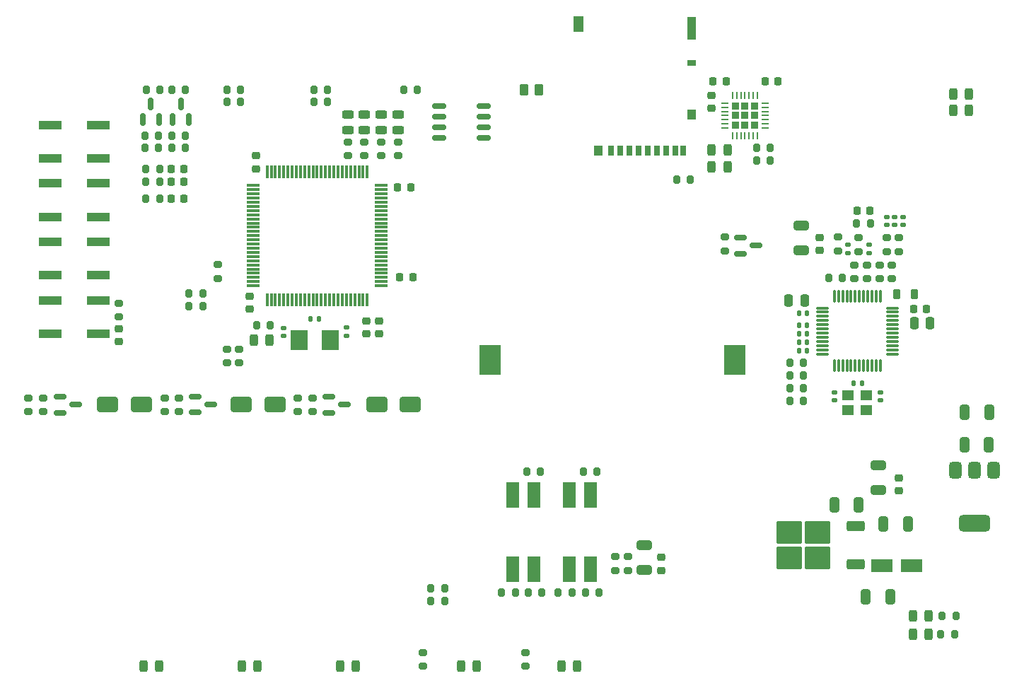
<source format=gbr>
%TF.GenerationSoftware,KiCad,Pcbnew,8.0.6*%
%TF.CreationDate,2024-12-11T15:10:48+01:00*%
%TF.ProjectId,fastLOGIC,66617374-4c4f-4474-9943-2e6b69636164,rev?*%
%TF.SameCoordinates,Original*%
%TF.FileFunction,Paste,Top*%
%TF.FilePolarity,Positive*%
%FSLAX46Y46*%
G04 Gerber Fmt 4.6, Leading zero omitted, Abs format (unit mm)*
G04 Created by KiCad (PCBNEW 8.0.6) date 2024-12-11 15:10:48*
%MOMM*%
%LPD*%
G01*
G04 APERTURE LIST*
G04 Aperture macros list*
%AMRoundRect*
0 Rectangle with rounded corners*
0 $1 Rounding radius*
0 $2 $3 $4 $5 $6 $7 $8 $9 X,Y pos of 4 corners*
0 Add a 4 corners polygon primitive as box body*
4,1,4,$2,$3,$4,$5,$6,$7,$8,$9,$2,$3,0*
0 Add four circle primitives for the rounded corners*
1,1,$1+$1,$2,$3*
1,1,$1+$1,$4,$5*
1,1,$1+$1,$6,$7*
1,1,$1+$1,$8,$9*
0 Add four rect primitives between the rounded corners*
20,1,$1+$1,$2,$3,$4,$5,0*
20,1,$1+$1,$4,$5,$6,$7,0*
20,1,$1+$1,$6,$7,$8,$9,0*
20,1,$1+$1,$8,$9,$2,$3,0*%
G04 Aperture macros list end*
%ADD10RoundRect,0.140000X0.140000X0.170000X-0.140000X0.170000X-0.140000X-0.170000X0.140000X-0.170000X0*%
%ADD11RoundRect,0.200000X0.200000X0.275000X-0.200000X0.275000X-0.200000X-0.275000X0.200000X-0.275000X0*%
%ADD12RoundRect,0.225000X-0.225000X-0.250000X0.225000X-0.250000X0.225000X0.250000X-0.225000X0.250000X0*%
%ADD13RoundRect,0.140000X0.170000X-0.140000X0.170000X0.140000X-0.170000X0.140000X-0.170000X-0.140000X0*%
%ADD14RoundRect,0.200000X-0.200000X-0.275000X0.200000X-0.275000X0.200000X0.275000X-0.200000X0.275000X0*%
%ADD15RoundRect,0.250000X-0.325000X-0.650000X0.325000X-0.650000X0.325000X0.650000X-0.325000X0.650000X0*%
%ADD16R,0.700000X1.200000*%
%ADD17R,1.000000X0.800000*%
%ADD18R,1.000000X1.200000*%
%ADD19R,1.000000X2.800000*%
%ADD20R,1.300000X1.900000*%
%ADD21RoundRect,0.200000X-0.275000X0.200000X-0.275000X-0.200000X0.275000X-0.200000X0.275000X0.200000X0*%
%ADD22RoundRect,0.243750X0.243750X0.456250X-0.243750X0.456250X-0.243750X-0.456250X0.243750X-0.456250X0*%
%ADD23RoundRect,0.150000X-0.587500X-0.150000X0.587500X-0.150000X0.587500X0.150000X-0.587500X0.150000X0*%
%ADD24RoundRect,0.250000X0.325000X0.650000X-0.325000X0.650000X-0.325000X-0.650000X0.325000X-0.650000X0*%
%ADD25RoundRect,0.250000X1.000000X0.650000X-1.000000X0.650000X-1.000000X-0.650000X1.000000X-0.650000X0*%
%ADD26RoundRect,0.250000X-1.050000X-0.550000X1.050000X-0.550000X1.050000X0.550000X-1.050000X0.550000X0*%
%ADD27RoundRect,0.135000X-0.135000X-0.185000X0.135000X-0.185000X0.135000X0.185000X-0.135000X0.185000X0*%
%ADD28RoundRect,0.243750X-0.456250X0.243750X-0.456250X-0.243750X0.456250X-0.243750X0.456250X0.243750X0*%
%ADD29RoundRect,0.225000X-0.225000X0.225000X-0.225000X-0.225000X0.225000X-0.225000X0.225000X0.225000X0*%
%ADD30RoundRect,0.062500X-0.062500X0.337500X-0.062500X-0.337500X0.062500X-0.337500X0.062500X0.337500X0*%
%ADD31RoundRect,0.062500X-0.337500X0.062500X-0.337500X-0.062500X0.337500X-0.062500X0.337500X0.062500X0*%
%ADD32RoundRect,0.243750X-0.243750X-0.456250X0.243750X-0.456250X0.243750X0.456250X-0.243750X0.456250X0*%
%ADD33RoundRect,0.250000X-0.650000X0.325000X-0.650000X-0.325000X0.650000X-0.325000X0.650000X0.325000X0*%
%ADD34RoundRect,0.225000X0.250000X-0.225000X0.250000X0.225000X-0.250000X0.225000X-0.250000X-0.225000X0*%
%ADD35RoundRect,0.140000X-0.170000X0.140000X-0.170000X-0.140000X0.170000X-0.140000X0.170000X0.140000X0*%
%ADD36RoundRect,0.250000X0.850000X0.350000X-0.850000X0.350000X-0.850000X-0.350000X0.850000X-0.350000X0*%
%ADD37RoundRect,0.250000X1.275000X1.125000X-1.275000X1.125000X-1.275000X-1.125000X1.275000X-1.125000X0*%
%ADD38RoundRect,0.225000X-0.250000X0.225000X-0.250000X-0.225000X0.250000X-0.225000X0.250000X0.225000X0*%
%ADD39RoundRect,0.375000X-0.375000X0.625000X-0.375000X-0.625000X0.375000X-0.625000X0.375000X0.625000X0*%
%ADD40RoundRect,0.500000X-1.400000X0.500000X-1.400000X-0.500000X1.400000X-0.500000X1.400000X0.500000X0*%
%ADD41R,2.800000X1.000000*%
%ADD42RoundRect,0.218750X0.218750X0.381250X-0.218750X0.381250X-0.218750X-0.381250X0.218750X-0.381250X0*%
%ADD43RoundRect,0.150000X0.150000X-0.587500X0.150000X0.587500X-0.150000X0.587500X-0.150000X-0.587500X0*%
%ADD44R,2.000000X2.400000*%
%ADD45RoundRect,0.200000X0.275000X-0.200000X0.275000X0.200000X-0.275000X0.200000X-0.275000X-0.200000X0*%
%ADD46RoundRect,0.250000X0.650000X-0.325000X0.650000X0.325000X-0.650000X0.325000X-0.650000X-0.325000X0*%
%ADD47R,1.600000X3.100000*%
%ADD48RoundRect,0.250000X0.262500X0.450000X-0.262500X0.450000X-0.262500X-0.450000X0.262500X-0.450000X0*%
%ADD49RoundRect,0.225000X0.225000X0.250000X-0.225000X0.250000X-0.225000X-0.250000X0.225000X-0.250000X0*%
%ADD50RoundRect,0.150000X-0.675000X-0.150000X0.675000X-0.150000X0.675000X0.150000X-0.675000X0.150000X0*%
%ADD51R,1.400000X1.200000*%
%ADD52RoundRect,0.250000X0.250000X0.475000X-0.250000X0.475000X-0.250000X-0.475000X0.250000X-0.475000X0*%
%ADD53R,2.600000X3.600000*%
%ADD54RoundRect,0.250000X-0.250000X-0.475000X0.250000X-0.475000X0.250000X0.475000X-0.250000X0.475000X0*%
%ADD55RoundRect,0.075000X-0.075000X0.662500X-0.075000X-0.662500X0.075000X-0.662500X0.075000X0.662500X0*%
%ADD56RoundRect,0.075000X-0.662500X0.075000X-0.662500X-0.075000X0.662500X-0.075000X0.662500X0.075000X0*%
%ADD57RoundRect,0.075000X0.075000X-0.725000X0.075000X0.725000X-0.075000X0.725000X-0.075000X-0.725000X0*%
%ADD58RoundRect,0.075000X0.725000X-0.075000X0.725000X0.075000X-0.725000X0.075000X-0.725000X-0.075000X0*%
G04 APERTURE END LIST*
D10*
%TO.C,C44*%
X240980000Y-76750000D03*
X240020000Y-76750000D03*
%TD*%
D11*
%TO.C,R32*%
X197575000Y-106250000D03*
X195925000Y-106250000D03*
%TD*%
D12*
%TO.C,C9*%
X164825000Y-57500000D03*
X166375000Y-57500000D03*
%TD*%
D13*
%TO.C,C21*%
X185800000Y-75980000D03*
X185800000Y-75020000D03*
%TD*%
D14*
%TO.C,R56*%
X181925000Y-46500000D03*
X183575000Y-46500000D03*
%TD*%
D15*
%TO.C,C6*%
X250100000Y-98500000D03*
X253050000Y-98500000D03*
%TD*%
D14*
%TO.C,R21*%
X207425000Y-92250000D03*
X209075000Y-92250000D03*
%TD*%
D16*
%TO.C,J21*%
X217525000Y-53790000D03*
X218625000Y-53790000D03*
X219725000Y-53790000D03*
X220825000Y-53790000D03*
X221925000Y-53790000D03*
X223025000Y-53790000D03*
X224125000Y-53790000D03*
X225225000Y-53790000D03*
X226175000Y-53790000D03*
D17*
X227125000Y-43290000D03*
D18*
X227125000Y-49490000D03*
D19*
X227125000Y-39140000D03*
D18*
X215975000Y-53790000D03*
D20*
X213625000Y-38690000D03*
%TD*%
D21*
%TO.C,R18*%
X165750000Y-83425000D03*
X165750000Y-85075000D03*
%TD*%
D22*
%TO.C,D6*%
X175187500Y-115500000D03*
X173312500Y-115500000D03*
%TD*%
D11*
%TO.C,R54*%
X240575000Y-83750000D03*
X238925000Y-83750000D03*
%TD*%
D23*
%TO.C,Q1*%
X151562500Y-83300000D03*
X151562500Y-85200000D03*
X153437500Y-84250000D03*
%TD*%
D15*
%TO.C,C18*%
X259800000Y-89000000D03*
X262750000Y-89000000D03*
%TD*%
D24*
%TO.C,C4*%
X247175000Y-96250000D03*
X244225000Y-96250000D03*
%TD*%
D12*
%TO.C,C31*%
X253725000Y-72750000D03*
X255275000Y-72750000D03*
%TD*%
D21*
%TO.C,R36*%
X158600000Y-72075000D03*
X158600000Y-73725000D03*
%TD*%
D10*
%TO.C,C39*%
X241000000Y-73250000D03*
X240040000Y-73250000D03*
%TD*%
D21*
%TO.C,R50*%
X250500000Y-64250000D03*
X250500000Y-65900000D03*
%TD*%
D25*
%TO.C,D4*%
X161250000Y-84250000D03*
X157250000Y-84250000D03*
%TD*%
D26*
%TO.C,C3*%
X249900000Y-103500000D03*
X253500000Y-103500000D03*
%TD*%
D21*
%TO.C,R42*%
X248157500Y-67500000D03*
X248157500Y-69150000D03*
%TD*%
D23*
%TO.C,Q2*%
X167750000Y-83260000D03*
X167750000Y-85160000D03*
X169625000Y-84210000D03*
%TD*%
D27*
%TO.C,R38*%
X246582500Y-81675000D03*
X247602500Y-81675000D03*
%TD*%
D28*
%TO.C,D3*%
X188000000Y-49462500D03*
X188000000Y-51337500D03*
%TD*%
D14*
%TO.C,R6*%
X214425000Y-106750000D03*
X216075000Y-106750000D03*
%TD*%
D29*
%TO.C,U9*%
X234670000Y-48500000D03*
X233550000Y-48500000D03*
X232430000Y-48500000D03*
X234670000Y-49620000D03*
X233550000Y-49620000D03*
X232430000Y-49620000D03*
X234670000Y-50740000D03*
X233550000Y-50740000D03*
X232430000Y-50740000D03*
D30*
X235050000Y-47170000D03*
X234550000Y-47170000D03*
X234050000Y-47170000D03*
X233550000Y-47170000D03*
X233050000Y-47170000D03*
X232550000Y-47170000D03*
X232050000Y-47170000D03*
D31*
X231100000Y-48120000D03*
X231100000Y-48620000D03*
X231100000Y-49120000D03*
X231100000Y-49620000D03*
X231100000Y-50120000D03*
X231100000Y-50620000D03*
X231100000Y-51120000D03*
D30*
X232050000Y-52070000D03*
X232550000Y-52070000D03*
X233050000Y-52070000D03*
X233550000Y-52070000D03*
X234050000Y-52070000D03*
X234550000Y-52070000D03*
X235050000Y-52070000D03*
D31*
X236000000Y-51120000D03*
X236000000Y-50620000D03*
X236000000Y-50120000D03*
X236000000Y-49620000D03*
X236000000Y-49120000D03*
X236000000Y-48620000D03*
X236000000Y-48120000D03*
%TD*%
D32*
%TO.C,D13*%
X174762500Y-76500000D03*
X176637500Y-76500000D03*
%TD*%
D33*
%TO.C,C28*%
X240250000Y-62775000D03*
X240250000Y-65725000D03*
%TD*%
D11*
%TO.C,R7*%
X212825000Y-106750000D03*
X211175000Y-106750000D03*
%TD*%
D21*
%TO.C,R9*%
X186000000Y-52775000D03*
X186000000Y-54425000D03*
%TD*%
D10*
%TO.C,C40*%
X241000000Y-74750000D03*
X240040000Y-74750000D03*
%TD*%
D34*
%TO.C,C11*%
X252000000Y-94525000D03*
X252000000Y-92975000D03*
%TD*%
D11*
%TO.C,R53*%
X240575000Y-79250000D03*
X238925000Y-79250000D03*
%TD*%
D35*
%TO.C,C29*%
X244250000Y-82750000D03*
X244250000Y-83710000D03*
%TD*%
D36*
%TO.C,U1*%
X246825000Y-103305000D03*
D37*
X242200000Y-102550000D03*
X242200000Y-99500000D03*
X238850000Y-102550000D03*
X238850000Y-99500000D03*
D36*
X246825000Y-98745000D03*
%TD*%
D38*
%TO.C,C15*%
X158600000Y-75125000D03*
X158600000Y-76675000D03*
%TD*%
D39*
%TO.C,U10*%
X263300000Y-92100000D03*
X261000000Y-92100000D03*
D40*
X261000000Y-98400000D03*
D39*
X258700000Y-92100000D03*
%TD*%
D34*
%TO.C,C19*%
X175000000Y-56000000D03*
X175000000Y-54450000D03*
%TD*%
D14*
%TO.C,R10*%
X256987500Y-111750000D03*
X258637500Y-111750000D03*
%TD*%
D15*
%TO.C,C5*%
X248025000Y-107250000D03*
X250975000Y-107250000D03*
%TD*%
D13*
%TO.C,C41*%
X252500000Y-62730000D03*
X252500000Y-61770000D03*
%TD*%
D41*
%TO.C,SW5*%
X156150000Y-75750000D03*
X150350000Y-75750000D03*
X156150000Y-71750000D03*
X150350000Y-71750000D03*
%TD*%
D12*
%TO.C,C27*%
X192225000Y-69000000D03*
X193775000Y-69000000D03*
%TD*%
D14*
%TO.C,R44*%
X238925000Y-82250000D03*
X240575000Y-82250000D03*
%TD*%
D28*
%TO.C,D1*%
X186000000Y-49462500D03*
X186000000Y-51337500D03*
%TD*%
D22*
%TO.C,D7*%
X163437500Y-115500000D03*
X161562500Y-115500000D03*
%TD*%
D35*
%TO.C,C38*%
X245907500Y-65115000D03*
X245907500Y-66075000D03*
%TD*%
D42*
%TO.C,L1*%
X253812500Y-71000000D03*
X251687500Y-71000000D03*
%TD*%
D13*
%TO.C,C43*%
X251500000Y-62730000D03*
X251500000Y-61770000D03*
%TD*%
D28*
%TO.C,D16*%
X190000000Y-49462500D03*
X190000000Y-51337500D03*
%TD*%
D11*
%TO.C,R13*%
X206075000Y-106750000D03*
X204425000Y-106750000D03*
%TD*%
D34*
%TO.C,C7*%
X229500000Y-48775000D03*
X229500000Y-47225000D03*
%TD*%
D43*
%TO.C,Q4*%
X161475000Y-50125000D03*
X163375000Y-50125000D03*
X162425000Y-48250000D03*
%TD*%
D21*
%TO.C,R37*%
X170400000Y-67475000D03*
X170400000Y-69125000D03*
%TD*%
D44*
%TO.C,Y2*%
X180200000Y-76500000D03*
X183900000Y-76500000D03*
%TD*%
D21*
%TO.C,R52*%
X244657500Y-64175000D03*
X244657500Y-65825000D03*
%TD*%
D22*
%TO.C,D14*%
X186937500Y-115500000D03*
X185062500Y-115500000D03*
%TD*%
D35*
%TO.C,C37*%
X248407500Y-65115000D03*
X248407500Y-66075000D03*
%TD*%
D11*
%TO.C,R59*%
X227025000Y-57300000D03*
X225375000Y-57300000D03*
%TD*%
D14*
%TO.C,R1*%
X257162500Y-109500000D03*
X258812500Y-109500000D03*
%TD*%
D22*
%TO.C,D10*%
X260375000Y-49000000D03*
X258500000Y-49000000D03*
%TD*%
D35*
%TO.C,C30*%
X249750000Y-82750000D03*
X249750000Y-83710000D03*
%TD*%
%TO.C,C20*%
X178300000Y-75040000D03*
X178300000Y-76000000D03*
%TD*%
D22*
%TO.C,D9*%
X213437500Y-115500000D03*
X211562500Y-115500000D03*
%TD*%
D45*
%TO.C,R23*%
X195000000Y-115575000D03*
X195000000Y-113925000D03*
%TD*%
%TO.C,R19*%
X164062500Y-85075000D03*
X164062500Y-83425000D03*
%TD*%
D14*
%TO.C,R33*%
X161675000Y-53500000D03*
X163325000Y-53500000D03*
%TD*%
%TO.C,R45*%
X238925000Y-80750000D03*
X240575000Y-80750000D03*
%TD*%
D46*
%TO.C,C12*%
X249500000Y-94475000D03*
X249500000Y-91525000D03*
%TD*%
D14*
%TO.C,R16*%
X161800000Y-56000000D03*
X163450000Y-56000000D03*
%TD*%
D47*
%TO.C,U4*%
X205730000Y-103945000D03*
X208270000Y-103945000D03*
X208270000Y-95055000D03*
X205730000Y-95055000D03*
%TD*%
D11*
%TO.C,R8*%
X173150000Y-48000000D03*
X171500000Y-48000000D03*
%TD*%
D12*
%TO.C,C14*%
X229725000Y-45500000D03*
X231275000Y-45500000D03*
%TD*%
D14*
%TO.C,R34*%
X164925000Y-53500000D03*
X166575000Y-53500000D03*
%TD*%
%TO.C,R15*%
X161800000Y-59600000D03*
X163450000Y-59600000D03*
%TD*%
D21*
%TO.C,R63*%
X190000000Y-52775000D03*
X190000000Y-54425000D03*
%TD*%
D12*
%TO.C,C23*%
X191975000Y-58250000D03*
X193525000Y-58250000D03*
%TD*%
D28*
%TO.C,D17*%
X192000000Y-49462500D03*
X192000000Y-51337500D03*
%TD*%
D22*
%TO.C,D8*%
X201437500Y-115500000D03*
X199562500Y-115500000D03*
%TD*%
D23*
%TO.C,Q3*%
X183750000Y-83300000D03*
X183750000Y-85200000D03*
X185625000Y-84250000D03*
%TD*%
D45*
%TO.C,R24*%
X207250000Y-115575000D03*
X207250000Y-113925000D03*
%TD*%
%TO.C,R62*%
X219500000Y-104100000D03*
X219500000Y-102450000D03*
%TD*%
D14*
%TO.C,R12*%
X214175000Y-92250000D03*
X215825000Y-92250000D03*
%TD*%
D48*
%TO.C,R27*%
X208912500Y-46500000D03*
X207087500Y-46500000D03*
%TD*%
D21*
%TO.C,R64*%
X192000000Y-52775000D03*
X192000000Y-54425000D03*
%TD*%
D14*
%TO.C,R14*%
X161800000Y-57500000D03*
X163450000Y-57500000D03*
%TD*%
D21*
%TO.C,R61*%
X218000000Y-102450000D03*
X218000000Y-104100000D03*
%TD*%
D14*
%TO.C,R31*%
X195925000Y-107750000D03*
X197575000Y-107750000D03*
%TD*%
D46*
%TO.C,C1*%
X221500000Y-104000000D03*
X221500000Y-101050000D03*
%TD*%
D21*
%TO.C,R51*%
X247157500Y-64250000D03*
X247157500Y-65900000D03*
%TD*%
%TO.C,R40*%
X251157500Y-67500000D03*
X251157500Y-69150000D03*
%TD*%
D22*
%TO.C,D19*%
X231437500Y-55750000D03*
X229562500Y-55750000D03*
%TD*%
D11*
%TO.C,R47*%
X248575000Y-62500000D03*
X246925000Y-62500000D03*
%TD*%
D49*
%TO.C,C34*%
X248525000Y-61000000D03*
X246975000Y-61000000D03*
%TD*%
D15*
%TO.C,C22*%
X259825000Y-85100000D03*
X262775000Y-85100000D03*
%TD*%
D50*
%TO.C,U8*%
X196975000Y-48495000D03*
X196975000Y-49765000D03*
X196975000Y-51035000D03*
X196975000Y-52305000D03*
X202225000Y-52305000D03*
X202225000Y-51035000D03*
X202225000Y-49765000D03*
X202225000Y-48495000D03*
%TD*%
D14*
%TO.C,R4*%
X164925000Y-46500000D03*
X166575000Y-46500000D03*
%TD*%
D45*
%TO.C,R20*%
X147750000Y-85075000D03*
X147750000Y-83425000D03*
%TD*%
D41*
%TO.C,SW3*%
X150350000Y-57750000D03*
X156150000Y-57750000D03*
X150350000Y-61750000D03*
X156150000Y-61750000D03*
%TD*%
D32*
%TO.C,D2*%
X253625000Y-111750000D03*
X255500000Y-111750000D03*
%TD*%
D38*
%TO.C,C8*%
X189750000Y-74225000D03*
X189750000Y-75775000D03*
%TD*%
D14*
%TO.C,R22*%
X207600000Y-106750000D03*
X209250000Y-106750000D03*
%TD*%
D51*
%TO.C,Y3*%
X248100000Y-83150000D03*
X245900000Y-83150000D03*
X245900000Y-84850000D03*
X248100000Y-84850000D03*
%TD*%
D21*
%TO.C,R3*%
X181750000Y-83425000D03*
X181750000Y-85075000D03*
%TD*%
D32*
%TO.C,D11*%
X253625000Y-109500000D03*
X255500000Y-109500000D03*
%TD*%
D14*
%TO.C,R57*%
X166975000Y-72400000D03*
X168625000Y-72400000D03*
%TD*%
%TO.C,R25*%
X192675000Y-46500000D03*
X194325000Y-46500000D03*
%TD*%
%TO.C,R26*%
X164925000Y-52000000D03*
X166575000Y-52000000D03*
%TD*%
%TO.C,R66*%
X234925000Y-55000000D03*
X236575000Y-55000000D03*
%TD*%
D52*
%TO.C,C45*%
X240700000Y-71750000D03*
X238800000Y-71750000D03*
%TD*%
D45*
%TO.C,R2*%
X180000000Y-85075000D03*
X180000000Y-83425000D03*
%TD*%
D53*
%TO.C,BT1*%
X203000000Y-78900000D03*
X232300000Y-78900000D03*
%TD*%
D14*
%TO.C,R35*%
X171500000Y-46500000D03*
X173150000Y-46500000D03*
%TD*%
D38*
%TO.C,C17*%
X174250000Y-71225000D03*
X174250000Y-72775000D03*
%TD*%
D13*
%TO.C,C42*%
X250500000Y-62730000D03*
X250500000Y-61770000D03*
%TD*%
D47*
%TO.C,U3*%
X212480000Y-103945000D03*
X215020000Y-103945000D03*
X215020000Y-95055000D03*
X212480000Y-95055000D03*
%TD*%
D23*
%TO.C,Q6*%
X233000000Y-64250000D03*
X233000000Y-66150000D03*
X234875000Y-65200000D03*
%TD*%
D11*
%TO.C,R58*%
X168625000Y-70900000D03*
X166975000Y-70900000D03*
%TD*%
D41*
%TO.C,SW4*%
X150350000Y-64750000D03*
X156150000Y-64750000D03*
X150350000Y-68750000D03*
X156150000Y-68750000D03*
%TD*%
D34*
%TO.C,C36*%
X242500000Y-65775000D03*
X242500000Y-64225000D03*
%TD*%
D54*
%TO.C,C32*%
X253800000Y-74500000D03*
X255700000Y-74500000D03*
%TD*%
D12*
%TO.C,C10*%
X164825000Y-56000000D03*
X166375000Y-56000000D03*
%TD*%
D55*
%TO.C,U13*%
X249750000Y-71247500D03*
X249250000Y-71247500D03*
X248750000Y-71247500D03*
X248250000Y-71247500D03*
X247750000Y-71247500D03*
X247250000Y-71247500D03*
X246750000Y-71247500D03*
X246250000Y-71247500D03*
X245750000Y-71247500D03*
X245250000Y-71247500D03*
X244750000Y-71247500D03*
X244250000Y-71247500D03*
D56*
X242837500Y-72660000D03*
X242837500Y-73160000D03*
X242837500Y-73660000D03*
X242837500Y-74160000D03*
X242837500Y-74660000D03*
X242837500Y-75160000D03*
X242837500Y-75660000D03*
X242837500Y-76160000D03*
X242837500Y-76660000D03*
X242837500Y-77160000D03*
X242837500Y-77660000D03*
X242837500Y-78160000D03*
D55*
X244250000Y-79572500D03*
X244750000Y-79572500D03*
X245250000Y-79572500D03*
X245750000Y-79572500D03*
X246250000Y-79572500D03*
X246750000Y-79572500D03*
X247250000Y-79572500D03*
X247750000Y-79572500D03*
X248250000Y-79572500D03*
X248750000Y-79572500D03*
X249250000Y-79572500D03*
X249750000Y-79572500D03*
D56*
X251162500Y-78160000D03*
X251162500Y-77660000D03*
X251162500Y-77160000D03*
X251162500Y-76660000D03*
X251162500Y-76160000D03*
X251162500Y-75660000D03*
X251162500Y-75160000D03*
X251162500Y-74660000D03*
X251162500Y-74160000D03*
X251162500Y-73660000D03*
X251162500Y-73160000D03*
X251162500Y-72660000D03*
%TD*%
D34*
%TO.C,C24*%
X223500000Y-104075000D03*
X223500000Y-102525000D03*
%TD*%
D11*
%TO.C,R55*%
X183575000Y-48000000D03*
X181925000Y-48000000D03*
%TD*%
D10*
%TO.C,C35*%
X240980000Y-75750000D03*
X240020000Y-75750000D03*
%TD*%
D14*
%TO.C,R5*%
X161675000Y-52000000D03*
X163325000Y-52000000D03*
%TD*%
D10*
%TO.C,C33*%
X240980000Y-77750000D03*
X240020000Y-77750000D03*
%TD*%
D38*
%TO.C,C16*%
X188250000Y-74225000D03*
X188250000Y-75775000D03*
%TD*%
D22*
%TO.C,D12*%
X260375000Y-47000000D03*
X258500000Y-47000000D03*
%TD*%
D21*
%TO.C,R48*%
X171500000Y-77575000D03*
X171500000Y-79225000D03*
%TD*%
D22*
%TO.C,D18*%
X231437500Y-53750000D03*
X229562500Y-53750000D03*
%TD*%
D57*
%TO.C,U6*%
X176325000Y-71675000D03*
X176825000Y-71675000D03*
X177325000Y-71675000D03*
X177825000Y-71675000D03*
X178325000Y-71675000D03*
X178825000Y-71675000D03*
X179325000Y-71675000D03*
X179825000Y-71675000D03*
X180325000Y-71675000D03*
X180825000Y-71675000D03*
X181325000Y-71675000D03*
X181825000Y-71675000D03*
X182325000Y-71675000D03*
X182825000Y-71675000D03*
X183325000Y-71675000D03*
X183825000Y-71675000D03*
X184325000Y-71675000D03*
X184825000Y-71675000D03*
X185325000Y-71675000D03*
X185825000Y-71675000D03*
X186325000Y-71675000D03*
X186825000Y-71675000D03*
X187325000Y-71675000D03*
X187825000Y-71675000D03*
X188325000Y-71675000D03*
D58*
X190000000Y-70000000D03*
X190000000Y-69500000D03*
X190000000Y-69000000D03*
X190000000Y-68500000D03*
X190000000Y-68000000D03*
X190000000Y-67500000D03*
X190000000Y-67000000D03*
X190000000Y-66500000D03*
X190000000Y-66000000D03*
X190000000Y-65500000D03*
X190000000Y-65000000D03*
X190000000Y-64500000D03*
X190000000Y-64000000D03*
X190000000Y-63500000D03*
X190000000Y-63000000D03*
X190000000Y-62500000D03*
X190000000Y-62000000D03*
X190000000Y-61500000D03*
X190000000Y-61000000D03*
X190000000Y-60500000D03*
X190000000Y-60000000D03*
X190000000Y-59500000D03*
X190000000Y-59000000D03*
X190000000Y-58500000D03*
X190000000Y-58000000D03*
D57*
X188325000Y-56325000D03*
X187825000Y-56325000D03*
X187325000Y-56325000D03*
X186825000Y-56325000D03*
X186325000Y-56325000D03*
X185825000Y-56325000D03*
X185325000Y-56325000D03*
X184825000Y-56325000D03*
X184325000Y-56325000D03*
X183825000Y-56325000D03*
X183325000Y-56325000D03*
X182825000Y-56325000D03*
X182325000Y-56325000D03*
X181825000Y-56325000D03*
X181325000Y-56325000D03*
X180825000Y-56325000D03*
X180325000Y-56325000D03*
X179825000Y-56325000D03*
X179325000Y-56325000D03*
X178825000Y-56325000D03*
X178325000Y-56325000D03*
X177825000Y-56325000D03*
X177325000Y-56325000D03*
X176825000Y-56325000D03*
X176325000Y-56325000D03*
D58*
X174650000Y-58000000D03*
X174650000Y-58500000D03*
X174650000Y-59000000D03*
X174650000Y-59500000D03*
X174650000Y-60000000D03*
X174650000Y-60500000D03*
X174650000Y-61000000D03*
X174650000Y-61500000D03*
X174650000Y-62000000D03*
X174650000Y-62500000D03*
X174650000Y-63000000D03*
X174650000Y-63500000D03*
X174650000Y-64000000D03*
X174650000Y-64500000D03*
X174650000Y-65000000D03*
X174650000Y-65500000D03*
X174650000Y-66000000D03*
X174650000Y-66500000D03*
X174650000Y-67000000D03*
X174650000Y-67500000D03*
X174650000Y-68000000D03*
X174650000Y-68500000D03*
X174650000Y-69000000D03*
X174650000Y-69500000D03*
X174650000Y-70000000D03*
%TD*%
D21*
%TO.C,R17*%
X149500000Y-83425000D03*
X149500000Y-85075000D03*
%TD*%
D12*
%TO.C,C2*%
X164825000Y-59600000D03*
X166375000Y-59600000D03*
%TD*%
D11*
%TO.C,R46*%
X245232500Y-69075000D03*
X243582500Y-69075000D03*
%TD*%
D43*
%TO.C,Q5*%
X165050000Y-50125000D03*
X166950000Y-50125000D03*
X166000000Y-48250000D03*
%TD*%
D21*
%TO.C,R43*%
X246657500Y-67500000D03*
X246657500Y-69150000D03*
%TD*%
D11*
%TO.C,R30*%
X176725000Y-74750000D03*
X175075000Y-74750000D03*
%TD*%
D41*
%TO.C,SW1*%
X150350000Y-50750000D03*
X156150000Y-50750000D03*
X150350000Y-54750000D03*
X156150000Y-54750000D03*
%TD*%
D27*
%TO.C,R28*%
X181540000Y-74000000D03*
X182560000Y-74000000D03*
%TD*%
D25*
%TO.C,D5*%
X177250000Y-84250000D03*
X173250000Y-84250000D03*
%TD*%
D21*
%TO.C,R11*%
X188000000Y-52775000D03*
X188000000Y-54425000D03*
%TD*%
D11*
%TO.C,R39*%
X163500000Y-46500000D03*
X161850000Y-46500000D03*
%TD*%
D21*
%TO.C,R41*%
X249657500Y-67500000D03*
X249657500Y-69150000D03*
%TD*%
D14*
%TO.C,R65*%
X234925000Y-53500000D03*
X236575000Y-53500000D03*
%TD*%
D45*
%TO.C,R60*%
X231125000Y-65825000D03*
X231125000Y-64175000D03*
%TD*%
D12*
%TO.C,C13*%
X235975000Y-45500000D03*
X237525000Y-45500000D03*
%TD*%
D21*
%TO.C,R49*%
X252000000Y-64250000D03*
X252000000Y-65900000D03*
%TD*%
D25*
%TO.C,D15*%
X193500000Y-84250000D03*
X189500000Y-84250000D03*
%TD*%
D45*
%TO.C,R29*%
X173000000Y-79225000D03*
X173000000Y-77575000D03*
%TD*%
M02*

</source>
